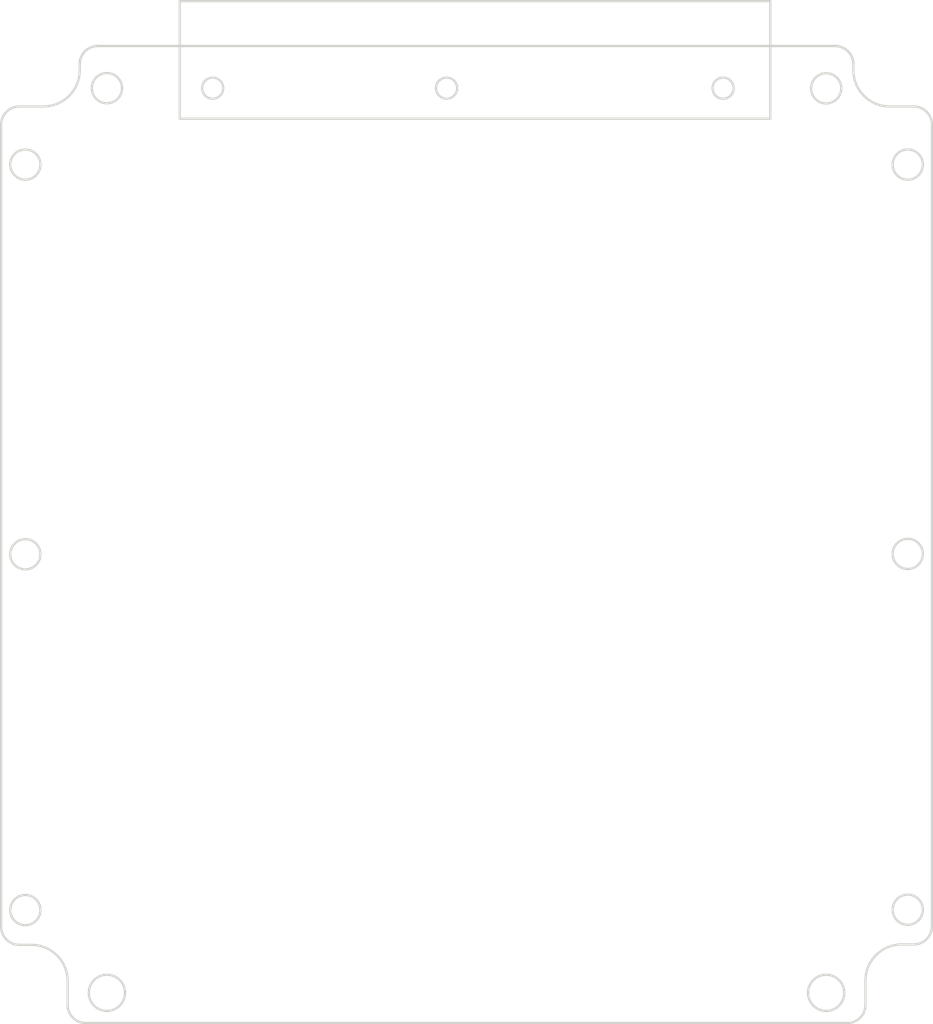
<source format=kicad_pcb>
(kicad_pcb (version 3) (host pcbnew "(2013-07-07 BZR 4022)-stable")

  (general
    (links 0)
    (no_connects 0)
    (area 87.533219 58.964979 242.031261 228.493221)
    (thickness 1.6)
    (drawings 43)
    (tracks 0)
    (zones 0)
    (modules 0)
    (nets 1)
  )

  (page A3)
  (layers
    (15 F.Cu signal)
    (0 B.Cu signal)
    (16 B.Adhes user)
    (17 F.Adhes user)
    (18 B.Paste user)
    (19 F.Paste user)
    (20 B.SilkS user)
    (21 F.SilkS user)
    (22 B.Mask user)
    (23 F.Mask user)
    (24 Dwgs.User user)
    (25 Cmts.User user)
    (26 Eco1.User user)
    (27 Eco2.User user)
    (28 Edge.Cuts user)
  )

  (setup
    (last_trace_width 0.254)
    (trace_clearance 0.254)
    (zone_clearance 0.381)
    (zone_45_only no)
    (trace_min 0.254)
    (segment_width 0.3)
    (edge_width 0.381)
    (via_size 0.889)
    (via_drill 0.635)
    (via_min_size 0.889)
    (via_min_drill 0.508)
    (uvia_size 0.508)
    (uvia_drill 0.127)
    (uvias_allowed no)
    (uvia_min_size 0.508)
    (uvia_min_drill 0.127)
    (pcb_text_width 0.3048)
    (pcb_text_size 1.524 2.032)
    (mod_edge_width 0.381)
    (mod_text_size 1.524 1.524)
    (mod_text_width 0.3048)
    (pad_size 1.524 1.524)
    (pad_drill 0.508)
    (pad_to_mask_clearance 0.2)
    (aux_axis_origin 0 0)
    (visible_elements 7FFFFFFF)
    (pcbplotparams
      (layerselection 3178497)
      (usegerberextensions true)
      (excludeedgelayer true)
      (linewidth 0.100000)
      (plotframeref false)
      (viasonmask false)
      (mode 1)
      (useauxorigin false)
      (hpglpennumber 1)
      (hpglpenspeed 20)
      (hpglpendiameter 15)
      (hpglpenoverlay 2)
      (psnegative false)
      (psa4output false)
      (plotreference true)
      (plotvalue true)
      (plotothertext true)
      (plotinvisibletext false)
      (padsonsilk false)
      (subtractmaskfromsilk false)
      (outputformat 1)
      (mirror false)
      (drillshape 1)
      (scaleselection 1)
      (outputdirectory ""))
  )

  (net 0 "")

  (net_class Default "Это класс цепей по умолчанию."
    (clearance 0.254)
    (trace_width 0.254)
    (via_dia 0.889)
    (via_drill 0.635)
    (uvia_dia 0.508)
    (uvia_drill 0.127)
    (add_net "")
  )

  (gr_circle (center 237.83772 86.20978) (end 237.83772 88.71168) (layer Edge.Cuts) (width 0.381) (tstamp 538FC9F9))
  (gr_circle (center 91.72676 86.20978) (end 91.72676 88.71168) (layer Edge.Cuts) (width 0.381) (tstamp 538FC965))
  (gr_arc (start 225.8286 69.58472) (end 228.83088 69.58472) (angle -90) (layer Edge.Cuts) (width 0.381) (tstamp 538FC924))
  (gr_circle (center 224.32746 223.30272) (end 224.32746 226.30272) (layer Edge.Cuts) (width 0.381) (tstamp 538FC923))
  (gr_arc (start 103.73588 69.58472) (end 103.73588 66.58244) (angle -90) (layer Edge.Cuts) (width 0.381) (tstamp 538FC859))
  (gr_circle (center 105.23702 223.30272) (end 105.23702 226.30272) (layer Edge.Cuts) (width 0.381) (tstamp 538FC8A4))
  (gr_line (start 227.8286 228.30272) (end 101.73588 228.30272) (angle 90) (layer Edge.Cuts) (width 0.381) (tstamp 538F831B))
  (gr_circle (center 224.32746 73.58776) (end 224.32746 76.08966) (layer Edge.Cuts) (width 0.381))
  (gr_circle (center 105.23702 73.55728) (end 105.23702 76.05918) (layer Edge.Cuts) (width 0.381))
  (gr_circle (center 237.83772 150.64628) (end 237.83772 153.14818) (layer Edge.Cuts) (width 0.381))
  (gr_circle (center 237.83772 209.53904) (end 237.83772 212.04094) (layer Edge.Cuts) (width 0.381))
  (gr_circle (center 91.72676 150.70978) (end 91.72676 153.21168) (layer Edge.Cuts) (width 0.381))
  (gr_circle (center 91.72676 209.60254) (end 91.72676 212.10444) (layer Edge.Cuts) (width 0.381))
  (gr_line (start 100.7336 69.58472) (end 100.7336 70.58548) (angle 90) (layer Edge.Cuts) (width 0.381))
  (gr_line (start 94.72904 76.59004) (end 90.726 76.59004) (angle 90) (layer Edge.Cuts) (width 0.381))
  (gr_arc (start 94.72904 70.58548) (end 94.72904 76.59004) (angle -90) (layer Edge.Cuts) (width 0.381))
  (gr_line (start 103.73588 66.58244) (end 225.8286 66.58244) (angle 90) (layer Edge.Cuts) (width 0.381))
  (gr_line (start 228.83088 69.58472) (end 228.83088 70.58548) (angle 90) (layer Edge.Cuts) (width 0.381))
  (gr_line (start 234.83544 76.59004) (end 238.83848 76.59004) (angle 90) (layer Edge.Cuts) (width 0.381))
  (gr_arc (start 234.83544 70.58548) (end 228.83088 70.58548) (angle -90) (layer Edge.Cuts) (width 0.381))
  (gr_arc (start 225.8286 69.58472) (end 228.83088 69.58472) (angle -90) (layer Edge.Cuts) (width 0.381))
  (gr_arc (start 103.73588 69.58472) (end 103.73588 66.58244) (angle -90) (layer Edge.Cuts) (width 0.381))
  (gr_line (start 230.83088 225.30044) (end 230.83088 221.29232) (angle 90) (layer Edge.Cuts) (width 0.381))
  (gr_line (start 236.83544 215.28776) (end 238.83848 215.28776) (angle 90) (layer Edge.Cuts) (width 0.381))
  (gr_line (start 92.72904 215.35634) (end 90.726 215.35634) (angle 90) (layer Edge.Cuts) (width 0.381) (tstamp 538F8337))
  (gr_arc (start 236.83544 221.29232) (end 236.83544 215.28776) (angle -90) (layer Edge.Cuts) (width 0.381))
  (gr_arc (start 92.72904 221.3609) (end 98.7336 221.3609) (angle -90) (layer Edge.Cuts) (width 0.381))
  (gr_line (start 98.7336 221.3609) (end 98.7336 225.30044) (angle 90) (layer Edge.Cuts) (width 0.381))
  (gr_line (start 87.72372 79.59232) (end 87.72372 212.35406) (angle 90) (layer Edge.Cuts) (width 0.381))
  (gr_line (start 241.84076 79.59232) (end 241.84076 212.28548) (angle 90) (layer Edge.Cuts) (width 0.381))
  (gr_arc (start 238.83848 79.59232) (end 241.84076 79.59232) (angle -89.9) (layer Edge.Cuts) (width 0.381))
  (gr_arc (start 238.83848 212.28548) (end 238.83848 215.28776) (angle -90) (layer Edge.Cuts) (width 0.381))
  (gr_arc (start 227.8286 225.30044) (end 227.8286 228.30272) (angle -90) (layer Edge.Cuts) (width 0.381))
  (gr_arc (start 101.73588 225.30044) (end 98.7336 225.30044) (angle -90) (layer Edge.Cuts) (width 0.381))
  (gr_arc (start 90.726 212.35406) (end 87.72372 212.35406) (angle -89.9) (layer Edge.Cuts) (width 0.381))
  (gr_circle (center 122.75032 73.55728) (end 122.75032 75.30734) (layer Edge.Cuts) (width 0.381))
  (gr_circle (center 207.26374 73.55728) (end 207.26374 75.30734) (layer Edge.Cuts) (width 0.381))
  (gr_circle (center 161.48024 73.55728) (end 161.48024 75.30734) (layer Edge.Cuts) (width 0.381))
  (gr_arc (start 90.726 79.59232) (end 90.726 76.59004) (angle -90) (layer Edge.Cuts) (width 0.381))
  (gr_line (start 215.07678 78.61188) (end 215.07678 59.15548) (angle 90) (layer Edge.Cuts) (width 0.381))
  (gr_line (start 215.07678 59.15548) (end 117.28932 59.15548) (angle 90) (layer Edge.Cuts) (width 0.381))
  (gr_line (start 117.28932 59.15548) (end 117.28932 78.61188) (angle 90) (layer Edge.Cuts) (width 0.381))
  (gr_line (start 117.28932 78.61188) (end 215.07678 78.61188) (angle 90) (layer Edge.Cuts) (width 0.381))

)

</source>
